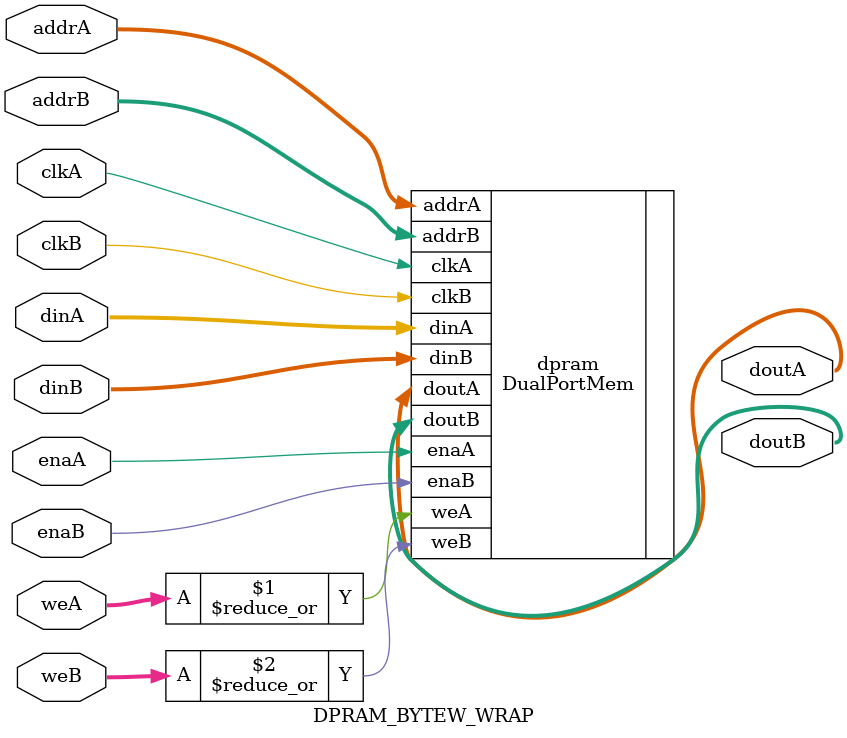
<source format=sv>
`timescale 1ns/1ps

module DPRAM_WRAP
  #(
    //---------------------------------------------------------------
    parameter   ADDR_WIDTH              =  4, // Addr  Width in bits : 2**ADDR_WIDTH = RAM Depth
    parameter   DATA_WIDTH              =  15  // Data  Width in bits
    //---------------------------------------------------------------
    ) (
       input clkA,
       input enA, 
       input weA,
       input [ADDR_WIDTH-1:0] addrA,
       input [DATA_WIDTH-1:0] dinA,
       output wire [DATA_WIDTH-1:0] doutA,
       
       input clkB,
       input enB,
       input weB,
       input [ADDR_WIDTH-1:0] addrB,
       input [DATA_WIDTH-1:0] dinB,
       output wire [DATA_WIDTH-1:0] doutB
       );

`ifdef  behav_sim
tdp_ram_nc #(
    .ADDR_WIDTH (4),        // 16word
    .DATA_WIDTH (1+1+13)      // dirty,valid, adr[22:10]
    ) dpram
    (
    .clkA(clkA),
    .weA(weA),
    .enA(enA),
    .addrA(addrA),
    .dinA(dinA),
    .doutA(doutA),

    .clkB(clkB),
    .weB(weB),
    .enB(enB),
    .addrB(addrB),
    .dinB(dinB),
    .doutB(doutB)
    );

`else
// read bypass /  write Normal
/*
    Gowin_DPB_tag dpram(
        .douta(doutA),  //output [14:0] douta
        .doutb(doutB),  //output [14:0] doutb
        .clka(clkA),    //input clka
        .ocea(1'b0),    //input ocea  A port 出力enable, bypassでは無効
        .cea(enA),      //input cea
        .reseta(1'b0),  //input reseta  リセット未使用
        .wrea(weA),     //input wrea
        .clkb(clkB),    //input clkb
        .oceb(1'b0),    //input oceb
        .ceb(enB),      //input ceb
        .resetb(1'b0),  //input resetb
        .wreb(weB),     //input wreb
        .ada(addrA),    //input [3:0] ada
        .dina(dinA),    //input [14:0] dina
        .adb(addrB),    //input [3:0] adb
        .dinb(dinB)     //input [14:0] dinb
    );
*/
DualPortMem  #(
    .ADDR_WIDTH (4),        // 16word
    .DATA_WIDTH (1+1+13)      // dirty,valid, adr[22:10]
    ) u_tagram (
    .clkA(clkA),
    .weA(weA),
    .enaA(enA),
    .addrA(addrA),
    .dinA(dinA),
    .doutA(doutA),

    .clkB(clkB),
    .weB(weB),
    .enaB(enB),
    .addrB(addrB),
    .dinB(dinB),
    .doutB(doutB)
);
   
`endif

endmodule

module DPRAM_BYTEW_WRAP
  #(
    //---------------------------------------------------------------
    parameter   NUM_COL                 =  4,
    parameter   COL_WIDTH               =  8,
    parameter   ADDR_WIDTH              =  8, // Addr  Width in bits : 2**ADDR_WIDTH = RAM Depth
    parameter   DATA_WIDTH              =  NUM_COL*COL_WIDTH  // Data  Width in bits
    //---------------------------------------------------------------
    ) (
       input clkA,
       input enaA, 
       input [NUM_COL-1:0] weA,
       input [ADDR_WIDTH-1:0] addrA,
       input [DATA_WIDTH-1:0] dinA,
       output wire [DATA_WIDTH-1:0] doutA,
       
       input clkB,
       input enaB,
       input [NUM_COL-1:0] weB,
       input [ADDR_WIDTH-1:0] addrB,
       input [DATA_WIDTH-1:0] dinB,
       output wire [DATA_WIDTH-1:0] doutB
       );

`ifdef  behav_sim
bytewrite_tdp_ram_nc #(
    .NUM_COL(4),    // 32bitを4分割(=byte write)
    .COL_WIDTH(8),  // 8bit単位でライト
    .ADDR_WIDTH(8)  // 16line x (64/4) = 256 -> 8bit
    ) dpram_bytew
    (
     .clkA(clkA),
     .enaA(enaA),    // WHITのみ
     .weA(weA),
     .addrA(addrA),
     .dinA(dinA),
     .doutA(doutA),
     
     .clkB(clkB),
     .enaB(enaB),
     .weB(weB),
     .addrB(addrB),
     .dinB(dinB),
     .doutB(doutB)
    );

`else
// ロジックアナライザ―用RAMを確保するため
//assign doutA = 0;
//assign doutB = 0;

// ロジックアナライザOFFの時は以下を有効化する
DualPortMem  #(
    .ADDR_WIDTH(8),
    .DATA_WIDTH(32)
    ) dpram
    (
     .clkA(clkA),
     .enaA(enaA),    // WHITのみ
     .weA(|weA),
     .addrA(addrA),
     .dinA(dinA),
     .doutA(doutA),
     
     .clkB(clkB),
     .enaB(enaB),
     .weB(|weB),
     .addrB(addrB),
     .dinB(dinB),
     .doutB(doutB)
    );

/*
    Gowin_DPB_data_dpram dpram(
        .douta(doutA), //output [7:0] douta
        .doutb(doutB), //output [7:0] doutb
        .clka(clkA), //input clka
        .ocea(1'b0), //input ocea :A port 出力enable, bypassでは無効
        .cea(enaA), //input cea
        .reseta(1'b0), //input reseta
        .wrea(|weA), //input wrea
        .clkb(clkB), //input clkb
        .oceb(1'b0), //input oceb
        .ceb(enaB), //input ceb
        .resetb(1'b0), //input resetb
        .wreb(|weB), //input wreb
        .ada(addrA), //input [7:0] ada
        .dina(dinA), //input [7:0] dina
        .adb(addrB), //input [7:0] adb
        .dinb(dinB) //input [7:0] dinb
    );
*/

/*
    Gowin_DPB_data_dpram dpram_bytew0(
        .douta(doutA[7:0]), //output [7:0] douta
        .doutb(doutB[7:0]), //output [7:0] doutb
        .clka(clkA), //input clka
        .ocea(1'b0), //input ocea :A port 出力enable, bypassでは無効
        .cea(enaA), //input cea
        .reseta(1'b0), //input reseta
        .wrea(weA[0]), //input wrea
        .clkb(clkB), //input clkb
        .oceb(1'b0), //input oceb
        .ceb(enaB), //input ceb
        .resetb(1'b0), //input resetb
        .wreb(weB[0]), //input wreb
        .ada(addrA), //input [7:0] ada
        .dina(dinA[7:0]), //input [7:0] dina
        .adb(addrB), //input [7:0] adb
        .dinb(dinB[7:0]) //input [7:0] dinb
    );
    Gowin_DPB_data_dpram dpram_bytew1(
        .douta(doutA[15:8]), //output [7:0] douta
        .doutb(doutB[15:8]), //output [7:0] doutb
        .clka(clkA), //input clka
        .ocea(1'b0), //input ocea :A port 出力enable, bypassでは無効
        .cea(enaA), //input cea
        .reseta(1'b0), //input reseta
        .wrea(weA[1]), //input wrea
        .clkb(clkB), //input clkb
        .oceb(1'b0), //input oceb
        .ceb(enaB), //input ceb
        .resetb(1'b0), //input resetb
        .wreb(weB[1]), //input wreb
        .ada(addrA), //input [7:0] ada
        .dina(dinA[15:8]), //input [7:0] dina
        .adb(addrB), //input [7:0] adb
        .dinb(dinB[15:8]) //input [7:0] dinb
    );
    Gowin_DPB_data_dpram dpram_bytew2(
        .douta(doutA[23:16]), //output [7:0] douta
        .doutb(doutB[23:16]), //output [7:0] doutb
        .clka(clkA), //input clka
        .ocea(1'b0), //input ocea :A port 出力enable, bypassでは無効
        .cea(enaA), //input cea
        .reseta(1'b0), //input reseta
        .wrea(weA[2]), //input wrea
        .clkb(clkB), //input clkb
        .oceb(1'b0), //input oceb
        .ceb(enaB), //input ceb
        .resetb(1'b0), //input resetb
        .wreb(weB[2]), //input wreb
        .ada(addrA), //input [7:0] ada
        .dina(dinA[23:16]), //input [7:0] dina
        .adb(addrB), //input [7:0] adb
        .dinb(dinB[23:16]) //input [7:0] dinb
    );
    Gowin_DPB_data_dpram dpram_bytew3(
        .douta(doutA[31:24]), //output [7:0] douta
        .doutb(doutB[31:24]), //output [7:0] doutb
        .clka(clkA), //input clka
        .ocea(1'b0), //input ocea :A port 出力enable, bypassでは無効
        .cea(enaA), //input cea
        .reseta(1'b0), //input reseta
        .wrea(weA[3]), //input wrea
        .clkb(clkB), //input clkb
        .oceb(1'b0), //input oceb
        .ceb(enaB), //input ceb
        .resetb(1'b0), //input resetb
        .wreb(weB[3]), //input wreb
        .ada(addrA), //input [7:0] ada
        .dina(dinA[31:24]), //input [7:0] dina
        .adb(addrB), //input [7:0] adb
        .dinb(dinB[31:24]) //input [7:0] dinb
    );
*/    
`endif

endmodule


</source>
